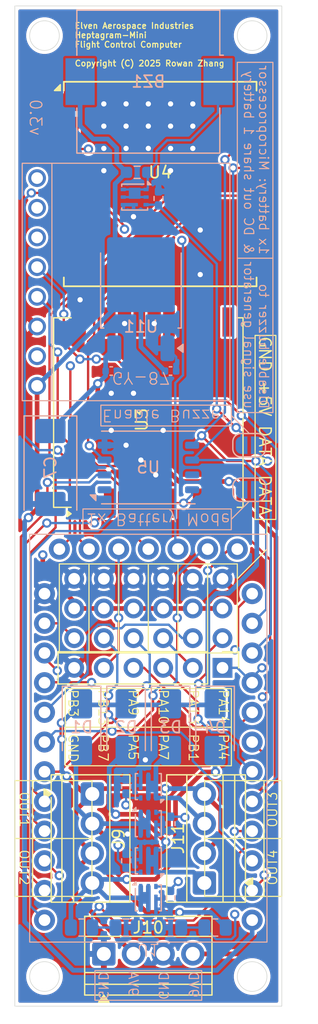
<source format=kicad_pcb>
(kicad_pcb (version 20241229) (generator "pcbnew") (generator_version "9.0")
  (title_block (title "Heptagram-Mini") (date "2025-06-19") (company "Elven Aerospace Industries") (comment 1 "Copyright (C) 2025 Rowan Zhang") (comment 2 "License URL: https://creativecommons.org/licenses/by-sa/4.0/") (comment 3 "License: CC BY-SA 4.0"))
  (layers (0 "F.Cu" signal) (4 "In1.Cu" signal) (6 "In2.Cu" signal) (2 "B.Cu" signal) (13 "F.Paste" user) (15 "B.Paste" user) (5 "F.SilkS" user "F.Silkscreen") (7 "B.SilkS" user "B.Silkscreen") (1 "F.Mask" user) (3 "B.Mask" user) (25 "Edge.Cuts" user))
  (net 0 "")
  (net 1 "Net-(BZ1-+)")
  (net 2 "+5V")
  (net 3 "CH_1")
  (net 4 "CH_2")
  (net 5 "CH_3")
  (net 6 "CH_4")
  (net 7 "GND")
  (net 8 "PB3_I2C2_SCL")
  (net 9 "PB13_I2C2_SDA")
  (net 10 "PB12_PWM")
  (net 11 "+12V")
  (net 12 "PA13_SWDIO")
  (net 13 "+3V3")
  (net 14 "PA14_SWCLK")
  (net 15 "PA4_ADC_DAC")
  (net 16 "PA9_SYS_TX")
  (net 17 "PA10_SYS_RX")
  (net 18 "PB7_SERVO")
  (net 19 "+12VA")
  (net 20 "Net-(JP5-A)")
  (net 21 "PB14_PWM")
  (net 22 "PA15_PWM")
  (net 23 "PB4_PWM")
  (net 33 "PB0_PWM_ADC")
  (net 34 "PA6_PWM_ADC")
  (net 39 "PB8_I2C1_SCL")
  (net 40 "PB10_I2C1_SDA")
  (net 41 "PB15_LPUART1_RX")
  (net 42 "PA0_SPI3_SS")
  (net 43 "PB1_PWM")
  (net 44 "PA1_SPI3_SCK")
  (net 45 "PA7_PWM")
  (net 46 "PA3_SPI3_MOSI")
  (net 47 "PA5_PWM")
  (net 48 "PA2_SPI3_MISO")
  (net 49 "PB2_RADIO_RESET")
  (net 50 "PA8_SPI2_SS")
  (net 51 "PB5_RADIO_DI0")
  (net 52 "PB6_LPUART1_TX")
  (footprint "heptagram-mini:3pin" (layer "F.Cu") (at 97.79 72.39)
    (property "Reference" "J8" (hide yes))
    (property "Value" "Conn_01x03")
  )
  (footprint "TerminalBlock:TerminalBlock_Xinya_XY308-2.54-4P_1x04_P2.54mm_Horizontal" (layer "F.Cu") (at 96.8025 90.805 -90)
    (property "Reference" "J9")
    (property "Value" "Screw_Terminal_01x04")
  )
  (footprint "heptagram-mini:3pin" (layer "F.Cu") (at 107.95 72.39)
    (property "Reference" "J2" (hide yes))
    (property "Value" "Conn_01x03")
  )
  (footprint "RF_Module:Ai-Thinker-Ra-01-LoRa" (layer "F.Cu") (at 102.616 38.608)
    (property "Reference" "U4")
    (property "Value" "Ai-Thinker-Ra-02")
  )
  (footprint "heptagram-mini:3pin" (layer "F.Cu") (at 95.25 72.39)
    (property "Reference" "J7" (hide yes))
    (property "Value" "Conn_01x03")
  )
  (footprint "heptagram-mini:3pin" (layer "F.Cu") (at 100.33 72.39)
    (property "Reference" "J4" (hide yes))
    (property "Value" "Conn_01x03")
  )
  (footprint "RF_GPS:Quectel_L80-R" (layer "F.Cu") (at 101.6 58.166 90)
    (property "Reference" "U3")
    (property "Value" "L80-R")
  )
  (footprint "TerminalBlock:TerminalBlock_Xinya_XY308-2.54-4P_1x04_P2.54mm_Horizontal" (layer "F.Cu") (at 106.3975 98.425 90)
    (property "Reference" "J11")
    (property "Value" "Screw_Terminal_01x04")
  )
  (footprint "heptagram-mini:3pin" (layer "F.Cu") (at 105.41 72.39)
    (property "Reference" "J1" (hide yes))
    (property "Value" "Conn_01x03")
  )
  (footprint "heptagram-mini:3pin" (layer "F.Cu") (at 102.87 72.39)
    (property "Reference" "J5" (hide yes))
    (property "Value" "Conn_01x03")
  )
  (footprint "TerminalBlock:TerminalBlock_Xinya_XY308-2.54-4P_1x04_P2.54mm_Horizontal" (layer "F.Cu") (at 97.79 104.4925)
    (property "Reference" "J10")
    (property "Value" "Screw_Terminal_01x04")
  )
  (footprint "Connector_PinHeader_2.54mm:PinHeader_1x06_P2.54mm_Vertical" (layer "F.Cu") (at 107.95 80.01 -90)
    (property "Reference" "J3" (hide yes))
    (property "Value" "Conn_01x06")
  )
  (footprint "heptagram-mini:flight_computer_Texas_DQK" (layer "B.Cu") (at 101.6 96.52 90)
    (property "Reference" "Q5" (hide yes))
    (property "Value" "CSD15571Q2")
  )
  (footprint "Capacitor_Tantalum_SMD:CP_EIA-7343-30_AVX-N" (layer "B.Cu") (at 93.218 62.865 -90)
    (property "Reference" "C7")
    (property "Value" "100uF")
  )
  (footprint "Resistor_SMD:R_0603_1608Metric_Pad0.98x0.95mm_HandSolder" (layer "B.Cu") (at 100.642459 37.607415)
    (property "Reference" "R8" (hide yes))
    (property "Value" "1.2K")
  )
  (footprint "heptagram-mini:flight_computer_Texas_DQK" (layer "B.Cu") (at 101.6 90.17 90)
    (property "Reference" "Q4" (hide yes))
    (property "Value" "CSD15571Q2")
  )
  (footprint "heptagram-mini:Buzzer_hand_solder" (layer "B.Cu") (at 101.6 29.845 180)
    (property "Reference" "BZ1")
    (property "Value" "Buzzer")
  )
  (footprint "Diode_SMD:D_SMA" (layer "B.Cu") (at 107.315 85.09 -90)
    (property "Reference" "D4")
    (property "Value" "SS14-E3/61T")
  )
  (footprint "Package_TO_SOT_SMD:TO-252-2" (layer "B.Cu") (at 100.965 47.625 90)
    (property "Reference" "U11")
    (property "Value" "LD1086DT50TR")
  )
  (footprint "Resistor_SMD:R_0805_2012Metric" (layer "B.Cu") (at 103.505001 102.235 180)
    (property "Reference" "R5" (hide yes))
    (property "Value" "36K")
  )
  (footprint "Resistor_SMD:R_0402_1005Metric_Pad0.72x0.64mm_HandSolder" (layer "B.Cu") (at 102.471259 39.842615 -90)
    (property "Reference" "R13" (hide yes))
    (property "Value" "5.1k")
  )
  (footprint "Resistor_SMD:R_0805_2012Metric" (layer "B.Cu") (at 99.695 102.235)
    (property "Reference" "R6" (hide yes))
    (property "Value" "36K")
  )
  (footprint "heptagram-mini:flight_computer_Texas_DQK" (layer "B.Cu") (at 101.6 93.345 -90)
    (property "Reference" "Q2" (hide yes))
    (property "Value" "CSD15571Q2")
  )
  (footprint "Resistor_SMD:R_0805_2012Metric" (layer "B.Cu") (at 95.885 102.235)
    (property "Reference" "R3" (hide yes))
    (property "Value" "1Meg")
  )
  (footprint "Capacitor_SMD:C_0402_1005Metric" (layer "B.Cu") (at 103.505 54.61)
    (property "Reference" "C6" (hide yes))
    (property "Value" "10uF")
  )
  (footprint "Resistor_SMD:R_0402_1005Metric_Pad0.72x0.64mm_HandSolder" (layer "B.Cu") (at 103.505 99.695 90)
    (property "Reference" "R1" (hide yes))
    (property "Value" "5.1k")
  )
  (footprint "Jumper:SolderJumper-2_P1.3mm_Open_RoundedPad1.0x1.5mm" (layer "B.Cu") (at 110.236 60.96)
    (property "Reference" "JP5" (hide yes))
    (property "Value" "Jumper_2_Open")
  )
  (footprint "heptagram-mini:flight_computer_Texas_DQK" (layer "B.Cu") (at 100.4316 39.7256 180)
    (property "Reference" "Q1" (hide yes))
    (property "Value" "CSD15571Q2")
  )
  (footprint "Resistor_SMD:R_0402_1005Metric_Pad0.72x0.64mm_HandSolder" (layer "B.Cu") (at 99.695 90.17 -90)
    (property "Reference" "R7" (hide yes))
    (property "Value" "5.1k")
  )
  (footprint "Package_LGA:LGA-8_8x6mm_P1.27mm" (layer "B.Cu") (at 101.6 62.865)
    (property "Reference" "U5")
    (property "Value" "CSNP1GCR01-BOW")
  )
  (footprint "Resistor_SMD:R_0402_1005Metric_Pad0.72x0.64mm_HandSolder" (layer "B.Cu") (at 103.505 93.345 90)
    (property "Reference" "R2" (hide yes))
    (property "Value" "5.1k")
  )
  (footprint "Diode_SMD:D_SMA" (layer "B.Cu") (at 99.695 85.09 -90)
    (property "Reference" "D2")
    (property "Value" "SS14-E3/61T")
  )
  (footprint "Resistor_SMD:R_0402_1005Metric_Pad0.72x0.64mm_HandSolder" (layer "B.Cu") (at 99.695 96.52 -90)
    (property "Reference" "R10" (hide yes))
    (property "Value" "5.1k")
  )
  (footprint "Diode_SMD:D_SMA" (layer "B.Cu") (at 103.505 85.09 -90)
    (property "Reference" "D3")
    (property "Value" "SS14-E3/61T")
  )
  (footprint "Diode_SMD:D_SMA" (layer "B.Cu") (at 95.885 85.09 -90)
    (property "Reference" "D1")
    (property "Value" "SS14-E3/61T")
  )
  (footprint "Resistor_SMD:R_0805_2012Metric" (layer "B.Cu") (at 107.314999 102.235 180)
    (property "Reference" "R4" (hide yes))
    (property "Value" "1Meg")
  )
  (footprint "heptagram-mini:flight_computer_Texas_DQK" (layer "B.Cu") (at 101.6 99.695 -90)
    (property "Reference" "Q3" (hide yes))
    (property "Value" "CSD15571Q2")
  )
  (footprint "heptagram-mini:laplace0_lite" (layer "B.Cu") (at 101.6 101.6)
    (property "Reference" "U1")
    (property "Value" "~")
  )
  (footprint "Jumper:SolderJumper-2_P1.3mm_Open_RoundedPad1.0x1.5mm" (layer "B.Cu") (at 110.236 64.77 180)
    (property "Reference" "JP3" (hide yes))
    (property "Value" "Jumper_2_Open")
  )
  (footprint "heptagram-mini:GY87" (layer "B.Cu") (at 92.075 55.88)
    (property "Reference" "U2" (hide yes))
    (property "Value" "~")
  )
  (footprint "Capacitor_SMD:C_0402_1005Metric" (layer "B.Cu") (at 98.425 54.61)
    (property "Reference" "C5" (hide yes))
    (property "Value" "10uF")
  )
  (gr_rect (start 111.506 94.615) (end 113.03 99.568) (stroke (width 0.1)) (fill no) (layer "F.SilkS"))
  (gr_line (start 109.22 72.39) (end 111.76 69.85) (stroke (width 0.1)) (layer "F.SilkS"))
  (gr_rect (start 106.426 89.662) (end 111.506 94.615) (stroke (width 0.1)) (fill no) (layer "F.SilkS"))
  (gr_rect (start 94.488 81.788) (end 108.712 85.09) (stroke (width 0.1)) (fill no) (layer "F.SilkS"))
  (gr_line (start 111.76 67.31) (end 111.76 69.85) (stroke (width 0.1)) (layer "F.SilkS"))
  (gr_rect (start 90.17 89.662) (end 91.694 94.615) (stroke (width 0.1)) (fill no) (layer "F.SilkS"))
  (gr_rect (start 110.744 51.562) (end 112.522 67.31) (stroke (width 0.1)) (fill no) (layer "F.SilkS"))
  (gr_rect (start 94.488 85.09) (end 108.712 88.392) (stroke (width 0.1)) (fill no) (layer "F.SilkS"))
  (gr_rect (start 90.17 94.615) (end 91.694 99.568) (stroke (width 0.1)) (fill no) (layer "F.SilkS"))
  (gr_rect (start 106.426 94.615) (end 111.506 99.568) (stroke (width 0.1)) (fill no) (layer "F.SilkS"))
  (gr_rect (start 91.694 94.615) (end 96.774 99.568) (stroke (width 0.1)) (fill no) (layer "F.SilkS"))
  (gr_rect (start 111.506 89.662) (end 113.03 94.615) (stroke (width 0.1)) (fill no) (layer "F.SilkS"))
  (gr_rect (start 91.694 89.662) (end 96.774 94.615) (stroke (width 0.1)) (fill no) (layer "F.SilkS"))
  (gr_rect (start 97.536 57.531) (end 108.712 59.309) (stroke (width 0.1)) (fill no) (layer "B.SilkS"))
  (gr_line (start 108.712 58.42) (end 110.24402 59.95202) (stroke (width 0.1)) (layer "B.SilkS"))
  (gr_rect (start 109.22 28.194) (end 112.268 44.958) (stroke (width 0.1)) (fill no) (layer "B.SilkS"))
  (gr_rect (start 96.00398 66.41302) (end 108.70398 68.19102) (stroke (width 0.1)) (fill no) (layer "B.SilkS"))
  (gr_line (start 110.236 65.77) (end 108.70398 67.30202) (stroke (width 0.1)) (layer "B.SilkS"))
  (gr_rect (start 97.028 105.918) (end 106.172 108.458) (stroke (width 0.1)) (fill no) (layer "B.SilkS"))
  (gr_rect (start 109.22 44.958) (end 112.268 58.166) (stroke (width 0.1)) (fill no) (layer "B.SilkS"))
  (gr_circle (center 92.71 25.908) (end 91.439999 25.908) (stroke (width 0.05)) (fill no) (layer "Edge.Cuts"))
  (gr_rect (start 90.17 23.368) (end 113.03 108.966) (stroke (width 0.05)) (fill no) (layer "Edge.Cuts"))
  (gr_circle (center 110.49 106.426) (end 111.760001 106.426) (stroke (width 0.05)) (fill no) (layer "Edge.Cuts"))
  (gr_circle (center 110.49 25.908) (end 110.49 24.637999) (stroke (width 0.05)) (fill no) (layer "Edge.Cuts"))
  (gr_circle (center 92.71 106.426) (end 92.71 107.696001) (stroke (width 0.05)) (fill no) (layer "Edge.Cuts"))
  (gr_text "OUT2" (at 91.44 97.0915 270) (layer "F.SilkS") (effects (font (size 0.8 0.8) (thickness 0.1)) (justify top)))
  (gr_text "OUT3" (at 111.76 92.1385 90) (layer "F.SilkS") (effects (font (size 0.8 0.8) (thickness 0.1)) (justify top)))
  (gr_text "GND +5V DATA DATA" (at 110.998 67.056 270) (layer "F.SilkS") (effects (font (size 1 1) (thickness 0.125)) (justify right bottom)))
  (gr_text "Elven Aerospace Industries\nHeptagram-Mini\nFlight Control Computer\n\nCopyright (C) 2025 Rowan Zhang" (at 95.25 28.575 0) (layer "F.SilkS") (effects (font (size 0.5 0.5) (thickness 0.1)) (justify left bottom)))
  (gr_text "OUT1" (at 91.44 92.1385 270) (layer "F.SilkS") (effects (font (size 0.8 0.8) (thickness 0.1)) (justify top)))
  (gr_text "PA14\n\nPA13\n\nPA10\n\nPA9\n\nPB13\n\nPB3" (at 101.6 81.788 270) (layer "F.SilkS") (effects (font (size 0.8 0.8) (thickness 0.1)) (justify left)))
  (gr_text "PA4\n\nPB1\n\nPA7\n\nPA5\n\nPB7\n\nGND" (at 101.6 85.598 270) (layer "F.SilkS") (effects (font (size 0.8 0.8) (thickness 0.1)) (justify left)))
  (gr_text "OUT4" (at 111.76 97.0915 90) (layer "F.SilkS") (effects (font (size 0.8 0.8) (thickness 0.1)) (justify top)))
  (gr_text "Enable Buzzer" (at 108.458 58.42 180) (layer "B.SilkS") (effects (font (size 1 1) (thickness 0.1)) (justify right mirror)))
  (gr_text "9VD\n\nGND\n\n9VA\n\nGND" (at 101.6 105.918 270) (layer "B.SilkS") (effects (font (size 0.8 0.8) (thickness 0.1)) (justify right mirror)))
  (gr_text "Disable buzzer to\nuse signal generator" (at 109.728 57.912 270) (layer "B.SilkS") (effects (font (size 0.8 0.8) (thickness 0.1)) (justify left bottom mirror)))
  (gr_text "1x battery: Microprocessor\n& DC out share 1 battery" (at 109.728 44.704 270) (layer "B.SilkS") (effects (font (size 0.8 0.8) (thickness 0.1)) (justify left bottom mirror)))
  (gr_text "v3.0" (at 91.948 34.544 270) (layer "B.SilkS") (effects (font (size 1 1) (thickness 0.1)) (justify left mirror)))
  (gr_text "1x Battery Mode" (at 108.70398 67.30202 180) (layer "B.SilkS") (effects (font (size 1 1) (thickness 0.1)) (justify right mirror)))
  (segment (start 102.301 36.861374) (end 101.554959 37.607415) (width 0.2) (layer "B.Cu") (net 1))
  (segment (start 102.301 35.772636) (end 102.301 36.861374) (width 0.2) (layer "B.Cu") (net 1))
  (segment (start 99.456599 39.0756) (end 101.406601 39.0756) (width 0.2) (layer "B.Cu") (net 1))
  (segment (start 107.569 29.845) (end 107.569 32.487364) (width 0.2) (layer "B.Cu") (net 1))
  (segment (start 101.554959 37.607415) (end 101.554959 38.927242) (width 0.2) (layer "B.Cu") (net 1))
  (segment (start 107.569 32.487364) (end 105.197364 34.859) (width 0.2) (layer "B.Cu") (net 1))
  (segment (start 103.214636 34.859) (end 102.301 35.772636) (width 0.2) (layer "B.Cu") (net 1))
  (segment (start 101.4066 39.7256) (end 99.4566 39.7256) (width 0.2) (layer "B.Cu") (net 1))
  (segment (start 105.197364 34.859) (end 103.214636 34.859) (width 0.2) (layer "B.Cu") (net 1))
  (segment (start 101.554959 38.927242) (end 101.406601 39.0756) (width 0.2) (layer "B.Cu") (net 1))
  (segment (start 92.075 66.41515) (end 91.335075 67.155075) (width 0.4) (layer "F.Cu") (net 2))
  (segment (start 92.564268 70.345683) (end 92.564268 71.674376) (width 0.4) (layer "F.Cu") (net 2))
  (segment (start 95.25 74.360108) (end 95.25 74.93) (width 0.4) (layer "F.Cu") (net 2))
  (segment (start 92.564268 71.674376) (end 95.25 74.360108) (width 0.4) (layer "F.Cu") (net 2))
  (segment (start 92.075 55.88) (end 92.075 66.41515) (width 0.4) (layer "F.Cu") (net 2))
  (segment (start 107.95 74.93) (end 95.25 74.93) (width 0.4) (layer "F.Cu") (net 2))
  (via (at 92.564268 70.345683) (size 0.8) (drill 0.45) (layers "F.Cu" "B.Cu") (net 2))
  (via (at 91.335075 67.155075) (size 0.8) (drill 0.45) (layers "F.Cu" "B.Cu") (net 2))
  (segment (start 98.894 36.771456) (end 99.729959 37.607415) (width 0.4) (layer "B.Cu") (net 2))
  (segment (start 110.49 102.872792) (end 110.49 101.6) (width 0.4) (layer "B.Cu") (net 2))
  (segment (start 96.881544 34.759) (end 98.121786 34.759) (width 0.4) (layer "B.Cu") (net 2))
  (segment (start 95.758 33.635456) (end 96.881544 34.759) (width 0.4) (layer "B.Cu") (net 2))
  (segment (start 100.965 52.55) (end 100.965 46.364999) (width 0.4) (layer "B.Cu") (net 2))
  (segment (start 95.758 29.845) (end 95.758 33.635456) (width 0.4) (layer "B.Cu") (net 2))
  (segment (start 91.335075 67.155075) (end 91.008 67.48215) (width 0.4) (layer "B.Cu") (net 2))
  (segment (start 98.894 35.531214) (end 98.894 36.771456) (width 0.4) (layer "B.Cu") (net 2))
  (segment (start 99.729959 37.607415) (end 98.76 38.577374) (width 0.4) (layer "B.Cu") (net 2))
  (segment (start 91.008 101.737892) (end 95.163608 105.8935) (width 0.4) (layer "B.Cu") (net 2))
  (segment (start 103.025 54.61) (end 100.965 52.55) (width 0.4) (layer "B.Cu") (net 2))
  (segment (start 107.469292 105.8935) (end 110.49 102.872792) (width 0.4) (layer "B.Cu") (net 2))
  (segment (start 91.008 67.48215) (end 91.008 101.737892) (width 0.4) (layer "B.Cu") (net 2))
  (segment (start 98.121786 34.759) (end 98.894 35.531214) (width 0.4) (layer "B.Cu") (net 2))
  (segment (start 100.965 46.99) (end 100.965 46.364999) (width 0.4) (layer "B.Cu") (net 2))
  (segment (start 95.163608 105.8935) (end 107.469292 105.8935) (width 0.4) (layer "B.Cu") (net 2))
  (segment (start 92.075 55.88) (end 100.965 46.99) (width 0.4) (layer "B.Cu") (net 2))
  (segment (start 98.76 44.159999) (end 100.965 46.364999) (width 0.4) (layer "B.Cu") (net 2))
  (segment (start 98.76 38.577374) (end 98.76 44.159999) (width 0.4) (layer "B.Cu") (net 2))
  (segment (start 101.445001 100.935001) (end 99.426615 98.916615) (width 0.4) (layer "F.Cu") (net 3))
  (segment (start 98.2035 97.6935) (end 98.2035 94.746) (width 0.4) (layer "F.Cu") (net 3))
  (segment (start 98.947713 98.437713) (end 98.2035 97.6935) (width 0.4) (layer "F.Cu") (net 3))
  (segment (start 98.947713 98.447401) (end 98.947713 98.437713) (width 0.4) (layer "F.Cu") (net 3))
  (segment (start 99.416927 98.916615) (end 98.947713 98.447401) (width 0.4) (layer "F.Cu") (net 3))
  (segment (start 99.426615 98.916615) (end 99.416927 98.916615) (width 0.4) (layer "F.Cu") (net 3))
  (segment (start 98.2035 94.746) (end 96.8025 93.345) (width 0.4) (layer "F.Cu") (net 3))
  (segment (start 104.281705 100.935001) (end 101.445001 100.935001) (width 0.4) (layer "F.Cu") (net 3))
  (via (at 104.281705 100.935001) (size 0.8) (drill 0.45) (layers "F.Cu" "B.Cu") (net 3))
  (segment (start 106.9275 100.935001) (end 108.227499 102.235) (width 0.4) (layer "B.Cu") (net 3))
  (segment (start 101.6 92.37) (end 101.6 94.32) (width 0.4) (layer "B.Cu") (net 3))
  (segment (start 96.8025 93.345) (end 101.275 93.345) (width 0.4) (layer "B.Cu") (net 3))
  (segment (start 104.281705 100.935001) (end 106.9275 100.935001) (width 0.4) (layer "B.Cu") (net 3))
  (segment (start 95.4015 91.944) (end 96.8025 93.345) (width 0.4) (layer "B.Cu") (net 3))
  (segment (start 100.95 92.37) (end 100.95 94.32) (width 0.4) (layer "B.Cu") (net 3))
  (segment (start 95.885 87.09) (end 95.4015 87.5735) (width 0.4) (layer "B.Cu") (net 3))
  (segment (start 95.4015 87.5735) (end 95.4015 91.944) (width 0.4) (layer "B.Cu") (net 3))
  (segment (start 103.93 96.41) (end 103.93 91.291186) (width 0.4) (layer "F.Cu") (net 4))
  (segment (start 99.748713 98.115615) (end 102.224385 98.115615) (width 0.4) (layer "F.Cu") (net 4))
  (segment (start 103.93 91.291186) (end 106.298004 88.923182) (width 0.4) (layer "F.Cu") (net 4))
  (segment (start 106.298004 88.923182) (end 107.345524 88.923182) (width 0.4) (layer "F.Cu") (net 4))
  (segment (start 102.224385 98.115615) (end 103.93 96.41) (width 0.4) (layer "F.Cu") (net 4))
  (via (at 107.345524 88.923182) (size 0.8) (drill 0.45) (layers "F.Cu" "B.Cu") (net 4))
  (via (at 99.748713 98.115615) (size 0.8) (drill 0.45) (layers "F.Cu" "B.Cu") (net 4))
  (segment (start 107.315 87.09) (end 107.315 88.892658) (width 0.4) (layer "B.Cu") (net 4))
  (segment (start 99.748713 98.115615) (end 97.111885 98.115615) (width 0.4) (layer "B.Cu") (net 4))
  (segment (start 101.6 98.72) (end 101.6 100.67) (width 0.4) (layer "B.Cu") (net 4))
  (segment (start 94.9725 100.255) (end 96.8025 98.425) (width 0.4) (layer "B.Cu") (net 4))
  (segment (start 107.315 88.892658) (end 107.345524 88.923182) (width 0.4) (layer "B.Cu") (net 4))
  (segment (start 98.0725 99.695) (end 96.8025 98.425) (width 0.4) (layer "B.Cu") (net 4))
  (segment (start 101.275 99.695) (end 98.0725 99.695) (width 0.4) (layer "B.Cu") (net 4))
  (segment (start 97.111885 98.115615) (end 96.8025 98.425) (width 0.4) (layer "B.Cu") (net 4))
  (segment (start 94.9725 102.235) (end 94.9725 100.255) (width 0.4) (layer "B.Cu") (net 4))
  (segment (start 100.95 98.72) (end 100.95 100.67) (width 0.4) (layer "B.Cu") (net 4))
  (segment (start 104.1975 91.145) (end 106.3975 93.345) (width 0.4) (layer "B.Cu") (net 5))
  (segment (start 102.25 89.195) (end 102.25 88.345) (width 0.4) (layer "B.Cu") (net 5))
  (segment (start 102.25 91.145) (end 104.1975 91.145) (width 0.4) (layer "B.Cu") (net 5))
  (segment (start 101.6 89.195) (end 101.6 91.145) (width 0.4) (layer "B.Cu") (net 5))
  (segment (start 102.25 88.345) (end 103.505 87.09) (width 0.4) (layer "B.Cu") (net 5))
  (segment (start 102.25 89.195) (end 102.25 91.145) (width 0.4) (layer "B.Cu") (net 5))
  (segment (start 98.8035 92.545) (end 98.9 92.545) (width 0.4) (layer "F.Cu") (net 6))
  (segment (start 100.734319 92.544319) (end 103.1 94.91) (width 0.4) (layer "F.Cu") (net 6))
  (segment (start 98.9 92.545) (end 98.900681 92.544319) (width 0.4) (layer "F.Cu") (net 6))
  (segment (start 98.900681 92.544319) (end 100.734319 92.544319) (width 0.4) (layer "F.Cu") (net 6))
  (via (at 103.1 94.91) (size 0.8) (drill 0.45) (layers "F.Cu" "B.Cu") (net 6))
  (via (at 98.8035 92.545) (size 0.8) (drill 0.45) (layers "F.Cu" "B.Cu") (net 6))
  (segment (start 102.25 97.495) (end 105.4675 97.495) (width 0.4) (layer "B.Cu") (net 6))
  (segment (start 98.8035 92.545) (end 98.25 91.9915) (width 0.4) (layer "B.Cu") (net 6))
  (segment (start 98.25 91.9915) (end 98.25 88.535) (width 0.4) (layer "B.Cu") (net 6))
  (segment (start 103.1 94.91) (end 103.1 95.18) (width 0.4) (layer "B.Cu") (net 6))
  (segment (start 105.4675 97.495) (end 106.3975 98.425) (width 0.4) (layer "B.Cu") (net 6))
  (segment (start 101.6 95.545) (end 101.6 97.495) (width 0.4) (layer "B.Cu") (net 6))
  (segment (start 98.25 88.535) (end 99.695 87.09) (width 0.4) (layer "B.Cu") (net 6))
  (segment (start 102.735 95.545) (end 102.25 95.545) (width 0.4) (layer "B.Cu") (net 6))
  (segment (start 103.1 95.18) (end 102.735 95.545) (width 0.4) (layer "B.Cu") (net 6))
  (segment (start 102.25 95.545) (end 102.25 97.495) (width 0.4) (layer "B.Cu") (net 6))
  (via (at 99.695 35.56) (size 0.8) (drill 0.45) (layers "F.Cu" "B.Cu") (net 7))
  (via (at 105.41 33.655) (size 0.8) (drill 0.45) (layers "F.Cu" "B.Cu") (net 7))
  (via (at 101.6 33.655) (size 0.8) (drill 0.45) (layers "F.Cu" "B.Cu") (net 7))
  (via (at 103.505 35.56) (size 0.8) (drill 0.45) (layers "F.Cu" "B.Cu") (net 7))
  (via (at 97.79 35.56) (size 0.8) (drill 0.45) (layers "F.Cu" "B.Cu") (net 7))
  (via (at 103.505 37.465) (size 0.8) (drill 0.45) (layers "F.Cu" "B.Cu") (net 7))
  (via (at 100.965 62.23) (size 0.8) (drill 0.45) (layers "F.Cu" "B.Cu") (net 7))
  (via (at 99.695 33.655) (size 0.8) (drill 0.45) (layers "F.Cu" "B.Cu") (net 7))
  (via (at 100.33 41.402) (size 0.8) (drill 0.45) (layers "F.Cu" "B.Cu") (net 7))
  (via (at 98.425 56.515) (size 0.8) (drill 0.45) (layers "F.Cu" "B.Cu") (net 7))
  (via (at 99.568 50.546) (size 0.8) (drill 0.45) (layers "F.Cu" "B.Cu") (net 7))
  (via (at 99.695 31.75) (size 0.8) (drill 0.45) (layers "F.Cu" "B.Cu") (net 7))
  (via (at 95.758 48.514) (size 0.8) (drill 0.45) (layers "F.Cu" "B.Cu") (net 7))
  (via (at 103.505 33.655) (size 0.8) (drill 0.45) (layers "F.Cu" "B.Cu") (net 7))
  (via (at 106.045 46.355) (size 0.8) (drill 0.45) (layers "F.Cu" "B.Cu") (net 7))
  (via (at 100.33 56.515) (size 0.8) (drill 0.45) (layers "F.Cu" "B.Cu") (net 7))
  (via (at 102.87 59.69) (size 0.8) (drill 0.45) (layers "F.Cu" "B.Cu") (net 7))
  (via (at 97.79 31.75) (size 0.8) (drill 0.45) (layers "F.Cu" "B.Cu") (net 7))
  (via (at 99.695 60.96) (size 0.8) (drill 0.45) (layers "F.Cu" "B.Cu") (net 7))
  (via (at 98.425 59.69) (size 0.8) (drill 0.45) (layers "F.Cu" "B.Cu") (net 7))
  (via (at 102.235 63.5) (size 0.8) (drill 0.45) (layers "F.Cu" "B.Cu") (net 7))
  (via (at 101.6 35.56) (size 0.8) (drill 0.45) (layers "F.Cu" "B.Cu") (net 7))
  (via (at 105.41 31.75) (size 0.8) (drill 0.45) (layers "F.Cu" "B.Cu") (net 7))
  (via (at 106.045 42.545) (size 0.8) (drill 0.45) (layers "F.Cu" "B.Cu") (net 7))
  (via (at 101.346 87.884) (size 0.8) (drill 0.45) (layers "F.Cu" "B.Cu") (net 7))
  (via (at 102.108 50.546) (size 0.8) (drill 0.45) (layers "F.Cu" "B.Cu") (net 7))
  (via (at 105.41 35.56) (size 0.8) (drill 0.45) (layers "F.Cu" "B.Cu") (net 7))
  (via (at 97.79 37.465) (size 0.8) (drill 0.45) (layers "F.Cu" "B.Cu") (net 7))
  (via (at 97.79 33.655) (size 0.8) (drill 0.45) (layers "F.Cu" "B.Cu") (net 7))
  (via (at 101.6 31.75) (size 0.8) (drill 0.45) (layers "F.Cu" "B.Cu") (net 7))
  (via (at 99.822 94.234) (size 0.8) (drill 0.45) (layers "F.Cu" "B.Cu") (net 7))
  (via (at 103.505 31.75) (size 0.8) (drill 0.45) (layers "F.Cu" "B.Cu") (net 7))
  (segment (start 103.985 54.61) (end 103.985 53.405) (width 0.2) (layer "B.Cu") (net 7))
  (segment (start 103.985 53.405) (end 103.245 52.665) (width 0.2) (layer "B.Cu") (net 7))
  (segment (start 95.25 77.47) (end 93.98 76.2) (width 0.2) (layer "F.Cu") (net 8))
  (segment (start 93.98 76.2) (end 92.71 76.2) (width 0.2) (layer "F.Cu") (net 8))
  (segment (start 98.195 84.02616) (end 98.195 82.382089) (width 0.2) (layer "F.Cu") (net 9))
  (via (at 98.195 84.02616) (size 0.8) (drill 0.45) (layers "F.Cu" "B.Cu") (net 9))
  (via (at 98.195 82.382089) (size 0.8) (drill 0.45) (layers "F.Cu" "B.Cu") (net 9))
  (segment (start 98.941 81.40784) (end 98.941 78.621) (width 0.2) (layer "B.Cu") (net 9))
  (segment (start 98.941 78.621) (end 97.79 77.47) (width 0.2) (layer "B.Cu") (net 9))
  (segment (start 105.41 86.55884) (end 105.41 87.977608) (width 0.2) (layer "B.Cu") (net 9))
  (segment (start 104.39016 85.539) (end 105.41 86.55884) (width 0.2) (layer "B.Cu") (net 9))
  (segment (start 98.195 82.15384) (end 98.941 81.40784) (width 0.2) (layer "B.Cu") (net 9))
  (segment (start 99.70784 85.539) (end 104.39016 85.539) (width 0.2) (layer "B.Cu") (net 9))
  (segment (start 107.75 90.317608) (end 107.75 93.78) (width 0.2) (layer "B.Cu") (net 9))
  (segment (start 107.75 93.78) (end 110.49 96.52) (width 0.2) (layer "B.Cu") (net 9))
  (segment (start 105.41 87.977608) (end 107.75 90.317608) (width 0.2) (layer "B.Cu") (net 9))
  (segment (start 98.195 82.382089) (end 98.195 82.15384) (width 0.2) (layer "B.Cu") (net 9))
  (segment (start 98.195 84.02616) (end 99.70784 85.539) (width 0.2) (layer "B.Cu") (net 9))
  (segment (start 108.99 93.98) (end 108.964975 94.005025) (width 0.2) (layer "F.Cu") (net 10))
  (segment (start 110.49 93.98) (end 108.99 93.98) (width 0.2) (layer "F.Cu") (net 10))
  (via (at 99.003499 95.177417) (size 0.8) (drill 0.45) (layers "F.Cu" "B.Cu") (net 10))
  (via (at 108.964975 94.005025) (size 0.8) (drill 0.45) (layers "F.Cu" "B.Cu") (net 10))
  (segment (start 100.95 97.495) (end 100.0725 97.495) (width 0.2) (layer "B.Cu") (net 10))
  (segment (start 100.0725 97.495) (end 99.695 97.1175) (width 0.2) (layer "B.Cu") (net 10))
  (segment (start 99.003499 96.425999) (end 99.003499 95.177417) (width 0.2) (layer "B.Cu") (net 10))
  (segment (start 99.695 97.1175) (end 99.003499 96.425999) (width 0.2) (layer "B.Cu") (net 10))
  (segment (start 112.529 101.400892) (end 109.437392 104.4925) (width 0.4) (layer "F.Cu") (net 11))
  (segment (start 109.351 64.441) (end 109.351 65.645) (width 0.4) (layer "F.Cu") (net 11))
  (segment (start 112.529 68.823) (end 112.529 101.400892) (width 0.4) (layer "F.Cu") (net 11))
  (segment (start 97.2715 57.119525) (end 97.2715 55.6915) (width 0.4) (layer "F.Cu") (net 11))
  (segment (start 108.5 64.065998) (end 108.975998 64.065998) (width 0.4) (layer "F.Cu") (net 11))
  (segment (start 104.217973 64.065998) (end 97.2715 57.119525) (width 0.4) (layer "F.Cu") (net 11))
  (segment (start 109.437392 104.4925) (end 105.41 104.4925) (width 0.4) (layer "F.Cu") (net 11))
  (segment (start 109.351 65.645) (end 112.529 68.823) (width 0.4) (layer "F.Cu") (net 11))
  (segment (start 108.5 64.065998) (end 104.217973 64.065998) (width 0.4) (layer "F.Cu") (net 11))
  (segment (start 108.975998 64.065998) (end 109.351 64.441) (width 0.4) (layer "F.Cu") (net 11))
  (via (at 108.5 64.065998) (size 0.8) (drill 0.45) (layers "F.Cu" "B.Cu") (net 11))
  (via (at 97.2715 55.6915) (size 0.8) (drill 0.45) (layers "F.Cu" "B.Cu") (net 11))
  (segment (start 97.945 54.61) (end 97.945 55.018) (width 0.4) (layer "B.Cu") (net 11))
  (segment (start 97.945 55.018) (end 97.2715 55.6915) (width 0.4) (layer "B.Cu") (net 11))
  (segment (start 108.881998 64.065998) (end 109.586 64.77) (width 0.4) (layer "B.Cu") (net 11))
  (segment (start 97.945 53.405) (end 97.945 54.61) (width 0.4) (layer "B.Cu") (net 11))
  (segment (start 97.2715 55.6915) (end 93.218 59.745) (width 0.4) (layer "B.Cu") (net 11))
  (segment (start 108.5 64.065998) (end 108.881998 64.065998) (width 0.4) (layer "B.Cu") (net 11))
  (segment (start 98.685 52.665) (end 97.945 53.405) (width 0.4) (layer "B.Cu") (net 11))
  (segment (start 96.401 77.23124) (end 96.401 80.48676) (width 0.2) (layer "B.Cu") (net 12))
  (segment (start 97.31324 76.319) (end 96.401 77.23124) (width 0.2) (layer "B.Cu") (net 12))
  (segment (start 99.61524 76.319) (end 99.30812 76.62612) (width 0.2) (layer "B.Cu") (net 12))
  (segment (start 96.401 80.48676) (end 95.50776 81.38) (width 0.2) (layer "B.Cu") (net 12))
  (segment (start 95.50776 81.38) (end 95.15 81.38) (width 0.2) (layer "B.Cu") (net 12))
  (segment (start 105.41 77.47) (end 104.49776 77.47) (width 0.2) (layer "B.Cu") (net 12))
  (segment (start 104.49776 77.47) (end 103.34676 76.319) (width 0.2) (layer "B.Cu") (net 12))
  (segment (start 98.57388 76.62612) (end 98.26676 76.319) (width 0.2) (layer "B.Cu") (net 12))
  (segment (start 103.34676 76.319) (end 99.61524 76.319) (width 0.2) (layer "B.Cu") (net 12))
  (segment (start 95.15 81.38) (end 92.71 83.82) (width 0.2) (layer "B.Cu") (net 12))
  (segment (start 99.30812 76.62612) (end 98.57388 76.62612) (width 0.2) (layer "B.Cu") (net 12))
  (segment (start 98.26676 76.319) (end 97.31324 76.319) (width 0.2) (layer "B.Cu") (net 12))
  (segment (start 111.51 97.74) (end 111.51 98.04) (width 0.2) (layer "F.Cu") (net 13))
  (segment (start 105.91 65.916) (end 107.461 67.467) (width 0.2) (layer "F.Cu") (net 13))
  (segment (start 103.37 65.916) (end 100.194 62.74) (width 0.2) (layer "F.Cu") (net 13))
  (segment (start 100.194 62.74) (end 97.298636 62.74) (width 0.2) (layer "F.Cu") (net 13))
  (segment (start 104.62 65.916) (end 105.91 65.916) (width 0.2) (layer "F.Cu") (net 13))
  (segment (start 111.51 98.04) (end 110.49 99.06) (width 0.2) (layer "F.Cu") (net 13))
  (segment (start 96.47 35.61) (end 94.618 35.61) (width 0.2) (layer "F.Cu") (net 13))
  (segment (start 94.618 35.61) (end 94.616 35.608) (width 0.2) (layer "F.Cu") (net 13))
  (segment (start 108.735 67.467) (end 112.028 70.76) (width 0.2) (layer "F.Cu") (net 13))
  (segment (start 107.461 67.467) (end 108.735 67.467) (width 0.2) (layer "F.Cu") (net 13))
  (segment (start 94.922694 60.364058) (end 94.922694 54.163678) (width 0.2) (layer "F.Cu") (net 13))
  (segment (start 97.298636 62.74) (end 94.922694 60.364058) (width 0.2) (layer "F.Cu") (net 13))
  (segment (start 103.37 65.916) (end 104.62 65.916) (width 0.2) (layer "F.Cu") (net 13))
  (segment (start 112.028 81.836681) (end 111.369766 82.494915) (width 0.2) (layer "F.Cu") (net 13))
  (segment (start 112.028 70.76) (end 112.028 81.836681) (width 0.2) (layer "F.Cu") (net 13))
  (via (at 96.47 35.61) (size 0.8) (drill 0.45) (layers "F.Cu" "B.Cu") (net 13))
  (via (at 94.922694 54.163678) (size 0.8) (drill 0.45) (layers "F.Cu" "B.Cu") (net 13))
  (via (at 111.369766 82.494915) (size 0.8) (drill 0.45) (layers "F.Cu" "B.Cu") (net 13))
  (via (at 104.62 65.916) (size 0.8) (drill 0.45) (layers "F.Cu" "B.Cu") (net 13))
  (via (at 111.51 97.74) (size 0.8) (drill 0.45) (layers "F.Cu" "B.Cu") (net 13))
  (segment (start 105.35 65.186) (end 104.62 65.916) (width 0.2) (layer "B.Cu") (net 13))
  (segment (start 105.35 64.77) (end 105.35 65.186) (width 0.2) (layer "B.Cu") (net 13))
  (segment (start 105.899 81.14876) (end 106.561 80.48676) (width 0.2) (layer "F.Cu") (net 14))
  (segment (start 96.736658 81.263459) (end 96.717726 81.244527) (width 0.2) (layer "F.Cu") (net 14))
  (segment (start 105.899 81.375059) (end 105.899 81.14876) (width 0.2) (layer "F.Cu") (net 14))
  (segment (start 96.717726 81.244527) (end 92.745473 81.244527) (width 0.2) (layer "F.Cu") (net 14))
  (segment (start 92.745473 81.244527) (end 92.71 81.28) (width 0.2) (layer "F.Cu") (net 14))
  (segment (start 106.561 78.859) (end 107.95 77.47) (width 0.2) (layer "F.Cu") (net 14))
  (segment (start 106.561 80.48676) (end 106.561 78.859) (width 0.2) (layer "F.Cu") (net 14))
  (via (at 105.899 81.375059) (size 0.8) (drill 0.45) (layers "F.Cu" "B.Cu") (net 14))
  (via (at 96.736658 81.263459) (size 0.8) (drill 0.45) (layers "F.Cu" "B.Cu") (net 14))
  (via (at 111.328 80.01) (size 0.8) (drill 0.45) (layers "F.Cu" "B.Cu") (net 15))
  (via (at 111.810786 62.3215) (size 0.8) (drill 0.45) (layers "F.Cu" "B.Cu") (net 15))
  (segment (start 110.885999 61.396713) (end 111.810786 62.3215) (width 0.2) (layer "B.Cu") (net 15))
  (segment (start 110.885999 60.96) (end 110.885999 61.396713) (width 0.2) (layer "B.Cu") (net 15))
  (segment (start 110.49 80.848) (end 111.328 80.01) (width 0.2) (layer "B.Cu") (net 15))
  (segment (start 110.49 81.28) (end 110.49 80.848) (width 0.2) (layer "B.Cu") (net 15))
  (segment (start 107.95 80.01) (end 109.22 80.01) (width 0.2) (layer "B.Cu") (net 15))
  (segment (start 109.22 80.01) (end 110.49 81.28) (width 0.2) (layer "B.Cu") (net 15))
  (segment (start 98.896 84.141867) (end 98.896 84.316524) (width 0.2) (layer "F.Cu") (net 16))
  (segment (start 101.448859 81.589008) (end 98.896 84.141867) (width 0.2) (layer "F.Cu") (net 16))
  (segment (start 98.485364 84.72716) (end 98.15284 84.72716) (width 0.2) (layer "F.Cu") (net 16))
  (segment (start 98.15284 84.72716) (end 93.98 88.9) (width 0.2) (layer "F.Cu") (net 16))
  (segment (start 101.448859 81.55) (end 101.448859 81.589008) (width 0.2) (layer "F.Cu") (net 16))
  (segment (start 98.896 84.316524) (end 98.485364 84.72716) (width 0.2) (layer "F.Cu") (net 16))
  (segment (start 93.98 88.9) (end 92.71 88.9) (width 0.2) (layer "F.Cu") (net 16))
  (via (at 101.448859 81.55) (size 0.8) (drill 0.45) (layers "F.Cu" "B.Cu") (net 16))
  (segment (start 101.448859 81.55) (end 101.487867 81.55) (width 0.2) (layer "B.Cu") (net 16))
  (segment (start 101.719 78.859) (end 100.33 77.47) (width 0.2) (layer "B.Cu") (net 16))
  (segment (start 101.487867 81.55) (end 101.719 81.318867) (width 0.2) (layer "B.Cu") (net 16))
  (segment (start 101.719 81.318867) (end 101.719 78.859) (width 0.2) (layer "B.Cu") (net 16))
  (segment (start 100.181923 85.427077) (end 102.005 83.604) (width 0.2) (layer "F.Cu") (net 17))
  (segment (start 102.005 83.604) (end 102.005 82.381089) (width 0.2) (layer "F.Cu") (net 17))
  (segment (start 98.496166 85.427077) (end 100.181923 85.427077) (width 0.2) (layer "F.Cu") (net 17))
  (via (at 98.496166 85.427077) (size 0.8) (drill 0.45) (layers "F.Cu" "B.Cu") (net 17))
  (via (at 102.005 82.381089) (size 0.8) (drill 0.45) (layers "F.Cu" "B.Cu") (net 17))
  (segment (start 104.021 81.129) (end 103.611 81.539) (width 0.2) (layer "B.Cu") (net 17))
  (segment (start 102.61984 81.539) (end 102.066025 82.092815) (width 0.2) (layer "B.Cu") (net 17))
  (segment (start 102.066025 82.320064) (end 102.005 82.381089) (width 0.2) (layer "B.Cu") (net 17))
  (segment (start 102.066025 82.092815) (end 102.066025 82.320064) (width 0.2) (layer "B.Cu") (net 17))
  (segment (start 104.021 78.621) (end 104.021 81.129) (width 0.2) (layer "B.Cu") (net 17))
  (segment (start 102.87 77.47) (end 104.021 78.621) (width 0.2) (layer "B.Cu") (net 17))
  (segment (start 103.611 81.539) (end 102.61984 81.539) (width 0.2) (layer "B.Cu") (net 17))
  (segment (start 98.496166 85.427077) (end 93.642923 85.427077) (width 0.2) (layer "B.Cu") (net 17))
  (segment (start 93.642923 85.427077) (end 92.71 86.36) (width 0.2) (layer "B.Cu") (net 17))
  (segment (start 97.79 80.01) (end 99.059998 78.740002) (width 0.2) (layer "F.Cu") (net 18))
  (segment (start 99.059998 78.740002) (end 99.059998 75.73) (width 0.2) (layer "F.Cu") (net 18))
  (via (at 99.059998 75.73) (size 0.8) (drill 0.45) (layers "F.Cu" "B.Cu") (net 18))
  (segment (start 99.059998 75.73) (end 99.059998 75.340002) (width 0.2) (layer "B.Cu") (net 18))
  (segment (start 99.06 75.34) (end 99.06 69.85) (width 0.2) (layer "B.Cu") (net 18))
  (segment (start 99.059998 75.340002) (end 99.06 75.34) (width 0.2) (layer "B.Cu") (net 18))
  (segment (start 96.138052 90.805) (end 94.601501 89.268449) (width 0.4) (layer "F.Cu") (net 19))
  (segment (start 103.05 90.345) (end 97.2625 90.345) (width 0.4) (layer "F.Cu") (net 19))
  (segment (start 97.2625 90.345) (end 96.8025 90.805) (width 0.4) (layer "F.Cu") (net 19))
  (segment (start 107.7985 92.206) (end 107.7985 94.484) (width 0.4) (layer "F.Cu") (net 19))
  (segment (start 106.3975 90.805) (end 107.7985 92.206) (width 0.4) (layer "F.Cu") (net 19))
  (segment (start 96.8025 90.805) (end 96.138052 90.805) (width 0.4) (layer "F.Cu") (net 19))
  (segment (start 95.4015 99.564) (end 95.4015 97.286) (width 0.4) (layer "F.Cu") (net 19))
  (segment (start 95.4015 97.286) (end 96.8025 95.885) (width 0.4) (layer "F.Cu") (net 19))
  (segment (start 95.4015 92.206) (end 95.4015 94.484) (width 0.4) (layer "F.Cu") (net 19))
  (segment (start 100.33 104.4925) (end 95.4015 99.564) (width 0.4) (layer "F.Cu") (net 19))
  (segment (start 94.16 84.727077) (end 94.191806 84.758883) (width 0.4) (layer "F.Cu") (net 19))
  (segment (start 94.191806 84.758883) (end 94.191806 86.127077) (width 0.4) (layer "F.Cu") (net 19))
  (segment (start 107.7985 94.484) (end 106.3975 95.885) (width 0.4) (layer "F.Cu") (net 19))
  (segment (start 95.4015 94.484) (end 96.8025 95.885) (width 0.4) (layer "F.Cu") (net 19))
  (segment (start 96.8025 90.805) (end 95.4015 92.206) (width 0.4) (layer "F.Cu") (net 19))
  (via (at 94.16 84.727077) (size 0.8) (drill 0.45) (layers "F.Cu" "B.Cu") (net 19))
  (via (at 94.601501 89.268449) (size 0.8) (drill 0.45) (layers "F.Cu" "B.Cu") (net 19))
  (via (at 94.191806 86.127077) (size 0.8) (drill 0.45) (layers "F.Cu" "B.Cu") (net 19))
  (via (at 103.05 90.345) (size 0.8) (drill 0.45) (layers "F.Cu" "B.Cu") (net 19))
  (segment (start 107.266975 83.041975) (end 107.315 83.09) (width 0.4) (layer "B.Cu") (net 19))
  (segment (start 106.699 82.474) (end 106.699 74.373818) (width 0.4) (layer "B.Cu") (net 19))
  (segment (start 95.885 83.09) (end 95.977089 83.182089) (width 0.4) (layer "B.Cu") (net 19))
  (segment (start 110.886 71.223182) (end 110.886 64.77) (width 0.4) (layer "B.Cu") (net 19))
  (segment (start 95.885 83.09) (end 95.933025 83.041975) (width 0.4) (layer "B.Cu") (net 19))
  (segment (start 94.601501 89.268449) (end 94.191806 88.858754) (width 0.4) (layer "B.Cu") (net 19))
  (segment (start 108.468182 73.641) (end 110.886 71.223182) (width 0.4) (layer "B.Cu") (net 19))
  (segment (start 107.431818 73.641) (end 108.468182 73.641) (width 0.4) (layer "B.Cu") (net 19))
  (segment (start 107.315 83.09) (end 106.699 82.474) (width 0.4) (layer "B.Cu") (net 19))
  (segment (start 95.977089 83.182089) (end 107.222911 83.182089) (width 0.4) (layer "B.Cu") (net 19))
  (segment (start 95.797077 83.09) (end 95.885 83.09) (width 0.4) (layer "B.Cu") (net 19))
  (segment (start 94.16 84.727077) (end 95.797077 83.09) (width 0.4) (layer "B.Cu") (net 19))
  (segment (start 107.222911 83.182089) (end 107.315 83.09) (width 0.4) (layer "B.Cu") (net 19))
  (segment (start 94.191806 88.858754) (end 94.191806 86.127077) (width 0.4) (layer "B.Cu") (net 19))
  (segment (start 105.9375 90.345) (end 106.3975 90.805) (width 0.4) (layer "B.Cu") (net 19))
  (segment (start 103.05 90.345) (end 105.9375 90.345) (width 0.4) (layer "B.Cu") (net 19))
  (segment (start 106.699 74.373818) (end 107.431818 73.641) (width 0.4) (layer "B.Cu") (net 19))
  (segment (start 107.46 57.85) (end 109.060344 59.450344) (width 0.2) (layer "F.Cu") (net 20))
  (segment (start 109.060344 59.450344) (end 109.119606 59.450344) (width 0.2) (layer "F.Cu") (net 20))
  (via (at 109.119606 59.450344) (size 0.8) (drill 0.45) (layers "F.Cu" "B.Cu") (net 20))
  (via (at 107.46 57.85) (size 0.8) (drill 0.45) (layers "F.Cu" "B.Cu") (net 20))
  (segment (start 102.471259 40.440115) (end 107.46 45.428856) (width 0.2) (layer "B.Cu") (net 20))
  (segment (start 102.406744 40.3756) (end 102.471259 40.440115) (width 0.2) (layer "B.Cu") (net 20))
  (segment (start 109.586001 59.916739) (end 109.586001 60.96) (width 0.2) (layer "B.Cu") (net 20))
  (segment (start 109.119606 59.450344) (end 109.586001 59.916739) (width 0.2) (layer "B.Cu") (net 20))
  (segment (start 101.406601 40.3756) (end 102.406744 40.3756) (width 0.2) (layer "B.Cu") (net 20))
  (segment (start 107.46 45.428856) (end 107.46 57.85) (width 0.2) (layer "B.Cu") (net 20))
  (segment (start 92.71 96.52) (end 93.975 97.785) (width 0.2) (layer "F.Cu") (net 21))
  (via (at 93.975 97.785) (size 0.8) (drill 0.45) (layers "F.Cu" "B.Cu") (net 21))
  (via (at 104.729999 92.80887) (size 0.8) (drill 0.45) (layers "F.Cu" "B.Cu") (net 21))
  (segment (start 103.505 92.7475) (end 104.668629 92.7475) (width 0.2) (layer "B.Cu") (net 21))
  (segment (start 102.25 92.37) (end 103.1275 92.37) (width 0.2) (layer "B.Cu") (net 21))
  (segment (start 103.1275 92.37) (end 103.505 92.7475) (width 0.2) (layer "B.Cu") (net 21))
  (segment (start 104.668629 92.7475) (end 104.729999 92.80887) (width 0.2) (layer "B.Cu") (net 21))
  (segment (start 92.71 78.74) (end 92.71 79.159831) (width 0.2) (layer "F.Cu") (net 22))
  (segment (start 92.71 79.159831) (end 93.805085 80.254916) (width 0.2) (layer "F.Cu") (net 22))
  (via (at 104.16 98.295) (size 0.8) (drill 0.45) (layers "F.Cu" "B.Cu") (net 22))
  (via (at 93.805085 80.254916) (size 0.8) (drill 0.45) (layers "F.Cu" "B.Cu") (net 22))
  (segment (start 103.505 99.0975) (end 103.505 98.95) (width 0.2) (layer "B.Cu") (net 22))
  (segment (start 103.505 98.95) (end 104.16 98.295) (width 0.2) (layer "B.Cu") (net 22))
  (segment (start 103.1275 98.72) (end 103.505 99.0975) (width 0.2) (layer "B.Cu") (net 22))
  (segment (start 102.25 98.72) (end 103.1275 98.72) (width 0.2) (layer "B.Cu") (net 22))
  (segment (start 109.289 78.188741) (end 109.016041 78.4617) (width 0.2) (layer "F.Cu") (net 23))
  (segment (start 109.289 74.861) (end 109.289 78.188741) (width 0.2) (layer "F.Cu") (net 23))
  (segment (start 110.49 73.66) (end 109.289 74.861) (width 0.2) (layer "F.Cu") (net 23))
  (via (at 99.68 91.744319) (size 0.8) (drill 0.45) (layers "F.Cu" "B.Cu") (net 23))
  (via (at 109.016041 78.4617) (size 0.8) (drill 0.45) (layers "F.Cu" "B.Cu") (net 23))
  (segment (start 99.695 91.729319) (end 99.68 91.744319) (width 0.2) (layer "B.Cu") (net 23))
  (segment (start 99.695 90.7675) (end 99.695 91.729319) (width 0.2) (layer "B.Cu") (net 23))
  (segment (start 100.0725 91.145) (end 99.695 90.7675) (width 0.2) (layer "B.Cu") (net 23))
  (segment (start 100.95 91.145) (end 100.0725 91.145) (width 0.2) (layer "B.Cu") (net 23))
  (segment (start 106.679999 71.690283) (end 108.520282 69.85) (width 0.2) (layer "F.Cu") (net 33))
  (segment (start 108.520282 69.85) (end 109.22 69.85) (width 0.2) (layer "F.Cu") (net 33))
  (via (at 106.679999 71.690283) (size 0.8) (drill 0.45) (layers "F.Cu" "B.Cu") (net 33))
  (via (at 109.000633 101.103908) (size 0.8) (drill 0.45) (layers "F.Cu" "B.Cu") (net 33))
  (segment (start 106.402499 102.235) (end 107.403499 103.236) (width 0.2) (layer "B.Cu") (net 33))
  (segment (start 107.403499 103.236) (end 108.725159 103.236) (width 0.2) (layer "B.Cu") (net 33))
  (segment (start 108.725159 103.236) (end 109.040999 102.92016) (width 0.2) (layer "B.Cu") (net 33))
  (segment (start 104.417501 102.235) (end 106.402499 102.235) (width 0.2) (layer "B.Cu") (net 33))
  (segment (start 109.040999 101.144274) (end 109.000633 101.103908) (width 0.2) (layer "B.Cu") (net 33))
  (segment (start 109.040999 102.92016) (end 109.040999 101.144274) (width 0.2) (layer "B.Cu") (net 33))
  (segment (start 111.691 87.561) (end 111.691 94.477471) (width 0.2) (layer "F.Cu") (net 34))
  (segment (start 107.6985 97.5615) (end 107.6985 99.41016) (width 0.2) (layer "F.Cu") (net 34))
  (segment (start 105.472659 101.636001) (end 98.604872 101.636001) (width 0.2) (layer "F.Cu") (net 34))
  (segment (start 111.691 94.477471) (end 110.849471 95.319) (width 0.2) (layer "F.Cu") (net 34))
  (segment (start 109.941 95.319) (end 107.6985 97.5615) (width 0.2) (layer "F.Cu") (net 34))
  (segment (start 98.604872 101.636001) (end 97.39487 100.425999) (width 0.2) (layer "F.Cu") (net 34))
  (segment (start 110.49 86.36) (end 111.691 87.561) (width 0.2) (layer "F.Cu") (net 34))
  (segment (start 107.6985 99.41016) (end 105.472659 101.636001) (width 0.2) (layer "F.Cu") (net 34))
  (segment (start 110.849471 95.319) (end 109.941 95.319) (width 0.2) (layer "F.Cu") (net 34))
  (via (at 97.39487 100.425999) (size 0.8) (drill 0.45) (layers "F.Cu" "B.Cu") (net 34))
  (segment (start 96.7975 101.023369) (end 96.7975 102.235) (width 0.2) (layer "B.Cu") (net 34))
  (segment (start 97.39487 100.425999) (end 96.7975 101.023369) (width 0.2) (layer "B.Cu") (net 34))
  (segment (start 98.7825 102.235) (end 96.7975 102.235) (width 0.2) (layer "B.Cu") (net 34))
  (segment (start 97.132536 63.141) (end 97.867 63.141) (width 0.2) (layer "F.Cu") (net 39))
  (segment (start 93.839999 52.98363) (end 93.839999 59.848463) (width 0.2) (layer "F.Cu") (net 39))
  (segment (start 100.029 68.279) (end 101.6 69.85) (width 0.2) (layer "F.Cu") (net 39))
  (segment (start 93.839999 59.848463) (end 97.132536 63.141) (width 0.2) (layer "F.Cu") (net 39))
  (segment (start 97.867 63.141) (end 100.029 65.303) (width 0.2) (layer "F.Cu") (net 39))
  (segment (start 100.029 65.303) (end 100.029 68.279) (width 0.2) (layer "F.Cu") (net 39))
  (via (at 93.839999 52.98363) (size 0.8) (drill 0.45) (layers "F.Cu" "B.Cu") (net 39))
  (segment (start 93.138 52.281631) (end 93.839999 52.98363) (width 0.2) (layer "B.Cu") (net 39))
  (segment (start 93.138 49.323) (end 93.138 52.281631) (width 0.2) (layer "B.Cu") (net 39))
  (segment (start 92.075 48.26) (end 93.138 49.323) (width 0.2) (layer "B.Cu") (net 39))
  (segment (start 102.449 57.149) (end 108.28934 57.149) (width 0.2) (layer "F.Cu") (net 40))
  (segment (start 97.145 53.592911) (end 97.145275 53.593186) (width 0.2) (layer "F.Cu") (net 40))
  (segment (start 108.28934 57.149) (end 109.56 58.41966) (width 0.2) (layer "F.Cu") (net 40))
  (segment (start 98.893186 53.593186) (end 102.449 57.149) (width 0.2) (layer "F.Cu") (net 40))
  (segment (start 94.36 52.209186) (end 94.36 49.741525) (width 0.2) (layer "F.Cu") (net 40))
  (segment (start 95.744 53.593186) (end 94.36 52.209186) (width 0.2) (layer "F.Cu") (net 40))
  (segment (start 97.145275 53.593186) (end 98.893186 53.593186) (width 0.2) (layer "F.Cu") (net 40))
  (via (at 95.744 53.593186) (size 0.8) (drill 0.45) (layers "F.Cu" "B.Cu") (net 40))
  (via (at 109.56 58.41966) (size 0.8) (drill 0.45) (layers "F.Cu" "B.Cu") (net 40))
  (via (at 97.145 53.592911) (size 0.8) (drill 0.45) (layers "F.Cu" "B.Cu") (net 40))
  (via (at 94.36 49.741525) (size 0.8) (drill 0.45) (layers "F.Cu" "B.Cu") (net 40))
  (segment (start 94.36 49.741525) (end 94.36 48.005) (width 0.2) (layer "B.Cu") (net 40))
  (segment (start 94.36 48.005) (end 92.075 45.72) (width 0.2) (layer "B.Cu") (net 40))
  (segment (start 110.49 91.44) (end 112.59 89.34) (width 0.2) (layer "B.Cu") (net 40))
  (segment (start 95.744 53.593186) (end 97.144725 53.593186) (width 0.2) (layer "B.Cu") (net 40))
  (segment (start 109.735515 58.41966) (end 109.56 58.41966) (width 0.2) (layer "B.Cu") (net 40))
  (segment (start 112.59 61.274145) (end 109.735515 58.41966) (width 0.2) (layer "B.Cu") (net 40))
  (segment (start 97.144725 53.593186) (end 97.145 53.592911) (width 0.2) (layer "B.Cu") (net 40))
  (segment (start 112.59 89.34) (end 112.59 63.3) (width 0.2) (layer "B.Cu") (net 40))
  (segment (start 112.59 63.3) (end 112.59 61.274145) (width 0.2) (layer "B.Cu") (net 40))
  (segment (start 98.29 66.31) (end 98.29 65.916) (width 0.2) (layer "F.Cu") (net 41))
  (segment (start 91.09 69.380051) (end 91.09 92.36) (width 0.2) (layer "F.Cu") (net 41))
  (segment (start 92.91 67.62) (end 92.850051 67.62) (width 0.2) (layer "F.Cu") (net 41))
  (segment (start 91.09 92.36) (end 92.71 93.98) (width 0.2) (layer "F.Cu") (net 41))
  (segment (start 96.99 67.61) (end 98.29 66.31) (width 0.2) (layer "F.Cu") (net 41))
  (segment (start 92.850051 67.62) (end 91.09 69.380051) (width 0.2) (layer "F.Cu") (net 41))
  (via (at 92.91 67.62) (size 0.8) (drill 0.45) (layers "F.Cu" "B.Cu") (net 41))
  (via (at 96.99 67.61) (size 0.8) (drill 0.45) (layers "F.Cu" "B.Cu") (net 41))
  (segment (start 96.98 67.62) (end 96.99 67.61) (width 0.2) (layer "B.Cu") (net 41))
  (segment (start 92.91 67.62) (end 96.98 67.62) (width 0.2) (layer "B.Cu") (net 41))
  (segment (start 92.96 64.141505) (end 92.96 66.5201) (width 0.2) (layer "F.Cu") (net 42))
  (segment (start 90.689 68.7911) (end 90.689 97.039) (width 0.2) (layer "F.Cu") (net 42))
  (segment (start 92.96 66.5201) (end 90.689 68.7911) (width 0.2) (layer "F.Cu") (net 42))
  (segment (start 90.689 97.039) (end 92.71 99.06) (width 0.2) (layer "F.Cu") (net 42))
  (via (at 92.96 64.141505) (size 0.8) (drill 0.45) (layers "F.Cu" "B.Cu") (net 42))
  (segment (start 92.96 64.141505) (end 96.541386 64.141505) (width 0.2) (layer "B.Cu") (net 42))
  (segment (start 97.182891 63.5) (end 96.541386 64.141505) (width 0.2) (layer "B.Cu") (net 42))
  (segment (start 97.85 63.5) (end 97.182891 63.5) (width 0.2) (layer "B.Cu") (net 42))
  (segment (start 106.32224 69.85) (end 106.68 69.85) (width 0.2) (layer "F.Cu") (net 43))
  (segment (start 105.41 80.01) (end 104.077263 78.677263) (width 0.2) (layer "F.Cu") (net 43))
  (segment (start 104.077263 78.677263) (end 104.077263 75.733133) (width 0.2) (layer "F.Cu") (net 43))
  (via (at 104.077263 75.733133) (size 0.8) (drill 0.45) (layers "F.Cu" "B.Cu") (net 43))
  (segment (start 106.32224 69.85) (end 106.68 69.85) (width 0.2) (layer "B.Cu") (net 43))
  (segment (start 104.077263 75.733133) (end 104.077263 72.094977) (width 0.2) (layer "B.Cu") (net 43))
  (segment (start 104.077263 72.094977) (end 106.32224 69.85) (width 0.2) (layer "B.Cu") (net 43))
  (segment (start 96.444 52.086) (end 96.444 60.894) (width 0.2) (layer "F.Cu") (net 44))
  (segment (start 96.444 60.894) (end 96.55 61) (width 0.2) (layer "F.Cu") (net 44))
  (segment (start 96.96 51.57) (end 96.444 52.086) (width 0.2) (layer "F.Cu") (net 44))
  (segment (start 110.616 39.608) (end 106.746 39.608) (width 0.2) (layer "F.Cu") (net 44))
  (segment (start 106.746 39.608) (end 96.96 49.394) (width 0.2) (layer "F.Cu") (net 44))
  (segment (start 96.96 49.394) (end 96.96 51.57) (width 0.2) (layer "F.Cu") (net 44))
  (via (at 96.55 61) (size 0.8) (drill 0.45) (layers "F.Cu" "B.Cu") (net 44))
  (segment (start 98.751 66.840364) (end 98.751 63.131) (width 0.2) (layer "B.Cu") (net 44))
  (segment (start 93.609 68.311) (end 97.280364 68.311) (width 0.2) (layer "B.Cu") (net 44))
  (segment (start 91.509 100.399) (end 91.509 70.411) (width 0.2) (layer "B.Cu") (net 44))
  (segment (start 97.78 62.23) (end 97.85 62.23) (width 0.2) (layer "B.Cu") (net 44))
  (segment (start 91.509 70.411) (end 93.609 68.311) (width 0.2) (layer "B.Cu") (net 44))
  (segment (start 92.71 101.6) (end 91.509 100.399) (width 0.2) (layer "B.Cu") (net 44))
  (segment (start 98.751 63.131) (end 97.85 62.23) (width 0.2) (layer "B.Cu") (net 44))
  (segment (start 96.55 61) (end 97.78 62.23) (width 0.2) (layer "B.Cu") (net 44))
  (segment (start 97.280364 68.311) (end 98.751 66.840364) (width 0.2) (layer "B.Cu") (net 44))
  (segment (start 105.861209 84.38) (end 105.861209 83.001209) (width 0.2) (layer "F.Cu") (net 45))
  (segment (start 105.861209 83.001209) (end 102.87 80.01) (width 0.2) (layer "F.Cu") (net 45))
  (via (at 105.861209 84.38) (size 0.8) (drill 0.45) (layers "F.Cu" "B.Cu") (net 45))
  (segment (start 108.20016 85.539) (end 109.289 86.62784) (width 0.2) (layer "B.Cu") (net 45))
  (segment (start 107.020209 85.539) (end 108.20016 85.539) (width 0.2) (layer "B.Cu") (net 45))
  (segment (start 109.289 86.62784) (end 109.289 87.699) (width 0.2) (layer "B.Cu") (net 45))
  (segment (start 105.907418 84.426209) (end 107.020209 85.539) (width 0.2) (layer "B.Cu") (net 45))
  (segment (start 109.289 87.699) (end 110.49 88.9) (width 0.2) (layer "B.Cu") (net 45))
  (segment (start 109.072 35.608) (end 110.616 35.608) (width 0.2) (layer "F.Cu") (net 46))
  (segment (start 108.334999 62.314999) (end 106.165 60.145) (width 0.2) (layer "F.Cu") (net 46))
  (segment (start 110.810805 62.314999) (end 108.334999 62.314999) (width 0.2) (layer "F.Cu") (net 46))
  (segment (start 108.16 36.52) (end 109.072 35.608) (width 0.2) (layer "F.Cu") (net 46))
  (via (at 110.810805 62.314999) (size 0.8) (drill 0.45) (layers "F.Cu" "B.Cu") (net 46))
  (via (at 106.165 60.145) (size 0.8) (drill 0.45) (layers "F.Cu" "B.Cu") (net 46))
  (via (at 108.16 36.52) (size 0.8) (drill 0.45) (layers "F.Cu" "B.Cu") (net 46))
  (segment (start 108.16 36.52) (end 108.16 58.15) (width 0.2) (layer "B.Cu") (net 46))
  (segment (start 108.16 58.15) (end 106.165 60.145) (width 0.2) (layer "B.Cu") (net 46))
  (segment (start 110.49 78.74) (end 112.093 77.137) (width 0.2) (layer "B.Cu") (net 46))
  (segment (start 112.093 77.137) (end 112.093 63.597194) (width 0.2) (layer "B.Cu") (net 46))
  (segment (start 106.165 60.145) (end 105.35 60.96) (width 0.2) (layer "B.Cu") (net 46))
  (segment (start 112.093 63.597194) (end 110.810805 62.314999) (width 0.2) (layer "B.Cu") (net 46))
  (segment (start 106.231287 85.001287) (end 106.31 85.08) (width 0.2) (layer "F.Cu") (net 47))
  (segment (start 106.31 85.08) (end 109.23 85.08) (width 0.2) (layer "F.Cu") (net 47))
  (segment (start 109.23 85.08) (end 110.49 83.82) (width 0.2) (layer "F.Cu") (net 47))
  (segment (start 101.24 80.01) (end 105.160209 83.930209) (width 0.2) (layer "F.Cu") (net 47))
  (segment (start 105.160209 84.670364) (end 105.570845 85.081) (width 0.2) (layer "F.Cu") (net 47))
  (segment (start 105.570845 85.081) (end 106.151573 85.081) (width 0.2) (layer "F.Cu") (net 47))
  (segment (start 105.160209 83.930209) (end 105.160209 84.670364) (width 0.2) (layer "F.Cu") (net 47))
  (segment (start 106.151573 85.081) (end 106.231287 85.001287) (width 0.2) (layer "F.Cu") (net 47))
  (segment (start 100.33 80.01) (end 101.24 80.01) (width 0.2) (layer "F.Cu") (net 47))
  (segment (start 110.240106 37.232106) (end 110.616 37.608) (width 0.2) (layer "F.Cu") (net 48))
  (segment (start 108.862076 37.232106) (end 110.240106 37.232106) (width 0.2) (layer "F.Cu") (net 48))
  (via (at 108.862076 37.232106) (size 0.8) (drill 0.45) (layers "F.Cu" "B.Cu") (net 48))
  (segment (start 110.49 76.2) (end 111.692 74.998) (width 0.2) (layer "B.Cu") (net 48))
  (segment (start 111.692 64.186144) (end 109.735856 62.23) (width 0.2) (layer "B.Cu") (net 48))
  (segment (start 111.692 74.998) (end 111.692 64.186144) (width 0.2) (layer "B.Cu") (net 48))
  (segment (start 108.862076 37.232106) (end 108.86 37.234182) (width 0.2) (layer "B.Cu") (net 48))
  (segment (start 108.86 58.72) (end 105.35 62.23) (width 0.2) (layer "B.Cu") (net 48))
  (segment (start 109.735856 62.23) (end 105.35 62.23) (width 0.2) (layer "B.Cu") (net 48))
  (segment (start 108.86 37.234182) (end 108.86 58.72) (width 0.2) (layer "B.Cu") (net 48))
  (segment (start 99.559999 42.474051) (end 99.559999 42.199999) (width 0.2) (layer "F.Cu") (net 49))
  (segment (start 94.968 37.608) (end 94.616 37.608) (width 0.2) (layer "F.Cu") (net 49))
  (segment (start 99.559999 42.199999) (end 94.968 37.608) (width 0.2) (layer "F.Cu") (net 49))
  (via (at 104.464998 43.423804) (size 0.8) (drill 0.45) (layers "F.Cu" "B.Cu") (net 49))
  (via (at 99.559999 42.474051) (size 0.8) (drill 0.45) (layers "F.Cu" "B.Cu") (net 49))
  (segment (start 104.566 43.524806) (end 104.464998 43.423804) (width 0.2) (layer "B.Cu") (net 49))
  (segment (start 103.91 69.62) (end 103.91 55.62255) (width 0.2) (layer "B.Cu") (net 49))
  (segment (start 104.566 54.96655) (end 104.566 43.524806) (width 0.2) (layer "B.Cu") (net 49))
  (segment (start 103.91 55.62255) (end 104.566 54.96655) (width 0.2) (layer "B.Cu") (net 49))
  (segment (start 104.14 69.85) (end 103.91 69.62) (width 0.2) (layer "B.Cu") (net 49))
  (segment (start 93.661 63.851141) (end 93.14 63.330141) (width 0.2) (layer "F.Cu") (net 50))
  (segment (start 93.14 63.330141) (end 93.14 49.884) (width 0.2) (layer "F.Cu") (net 50))
  (segment (start 91.509 90.239) (end 91.509 70.151) (width 0.2) (layer "F.Cu") (net 50))
  (segment (start 92.71 91.44) (end 91.509 90.239) (width 0.2) (layer "F.Cu") (net 50))
  (segment (start 93.14 49.884) (end 109.416 33.608) (width 0.2) (layer "F.Cu") (net 50))
  (segment (start 91.509 70.151) (end 93.661 67.999) (width 0.2) (layer "F.Cu") (net 50))
  (segment (start 93.661 67.999) (end 93.661 63.851141) (width 0.2) (layer "F.Cu") (net 50))
  (segment (start 109.416 33.608) (end 110.616 33.608) (width 0.2) (layer "F.Cu") (net 50))
  (segment (start 94.88 68.95) (end 94.88 62.42) (width 0.2) (layer "F.Cu") (net 51))
  (segment (start 93.98 69.85) (end 94.88 68.95) (width 0.2) (layer "F.Cu") (net 51))
  (segment (start 94.88 62.42) (end 93.84 61.38) (width 0.2) (layer "F.Cu") (net 51))
  (segment (start 91.582916 39.369998) (end 94.377998 39.369998) (width 0.2) (layer "F.Cu") (net 51))
  (segment (start 94.377998 39.369998) (end 94.616 39.608) (width 0.2) (layer "F.Cu") (net 51))
  (via (at 93.84 61.38) (size 0.8) (drill 0.45) (layers "F.Cu" "B.Cu") (net 51))
  (via (at 91.582916 39.369998) (size 0.8) (drill 0.45) (layers "F.Cu" "B.Cu") (net 51))
  (segment (start 92.23684 61.38) (end 91.012 60.15516) (width 0.2) (layer "B.Cu") (net 51))
  (segment (start 91.012 39.940914) (end 91.582916 39.369998) (width 0.2) (layer "B.Cu") (net 51))
  (segment (start 93.84 61.38) (end 92.23684 61.38) (width 0.2) (layer "B.Cu") (net 51))
  (segment (start 91.012 60.15516) (end 91.012 39.940914) (width 0.2) (layer "B.Cu") (net 51))
  (segment (start 95.75 65.916) (end 95.75 69.08) (width 0.2) (layer "F.Cu") (net 52))
  (segment (start 95.75 69.08) (end 96.52 69.85) (width 0.2) (layer "F.Cu") (net 52))
  (zone (net 7) (net_name "GND") (layers "F.Cu" "B.Cu" "In1.Cu" "In2.Cu") (connect_pads (clearance 0.2)) (min_thickness 0.25) (fill yes (thermal_gap 0.2) (thermal_bridge_width 0.5))
    (polygon (pts (xy 114.3 22.86) (xy 88.9 22.86) (xy 88.9 110.49) (xy 114.3 110.49)))
  )
)
</source>
